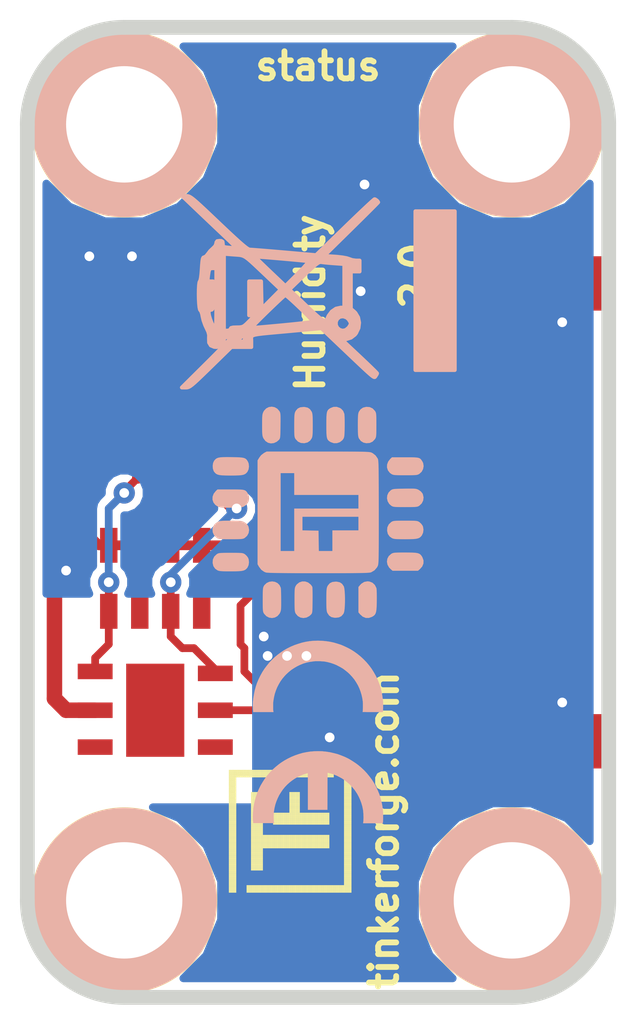
<source format=kicad_pcb>
(kicad_pcb (version 4) (host pcbnew 4.0.2+e4-6225~38~ubuntu15.10.1-stable)
  (layers (0 F.Cu signal) (31 B.Cu signal) (34 B.Paste user) (35 F.Paste user) (36 B.SilkS user) (37 F.SilkS user) (38 B.Mask user) (39 F.Mask user) (44 Edge.Cuts user))
  (net 0 "")
  (net 1 GND)
  (net 2 VCC)
  (net 3 "Net-(D101-Pad2)")
  (net 4 "Net-(P101-Pad4)")
  (net 5 "Net-(P101-Pad5)")
  (net 6 "Net-(P101-Pad6)")
  (net 7 "Net-(C102-Pad2)")
  (net 8 "Net-(R101-Pad1)")
  (net 9 SDA)
  (net 10 SCL)
  (net 11 S-MISO)
  (net 12 S-CS)
  (net 13 S-CLK)
  (net 14 S-MOSI)
  (net 15 "Net-(P102-Pad1)")
  (net 16 "Net-(P103-Pad2)")
  (module 0603X4 (layer F.Cu) (at 143.4 142.7)
    (fp_text reference RP102)
    (fp_text value 4k7)
    (pad 1 smd rect (at 1.19888 -0.8509) (size 0.44958 0.89916) (layers F.Cu F.Paste F.Mask) (net 2 VCC))
    (pad 2 smd rect (at 0.39878 -0.8509) (size 0.44958 0.89916) (layers F.Cu F.Paste F.Mask) (net 2 VCC))
    (pad 3 smd rect (at -0.39878 -0.8509) (size 0.44958 0.89916) (layers F.Cu F.Paste F.Mask) (net 2 VCC))
    (pad 4 smd rect (at -1.19888 -0.8509) (size 0.44958 0.89916) (layers F.Cu F.Paste F.Mask) (net 2 VCC))
    (pad 5 smd rect (at -1.19888 0.8509) (size 0.44958 0.89916) (layers F.Cu F.Paste F.Mask) (net 9 SDA))
    (pad 6 smd rect (at -0.39878 0.8509) (size 0.44958 0.89916) (layers F.Cu F.Paste F.Mask))
    (pad 7 smd rect (at 0.39878 0.8509) (size 0.44958 0.89916) (layers F.Cu F.Paste F.Mask) (net 10 SCL))
    (pad 8 smd rect (at 1.19888 0.8509) (size 0.44958 0.89916) (layers F.Cu F.Paste F.Mask))
  )
  (module C0603F (layer F.Cu) (at 147 143.2 90)
    (fp_text reference C103)
    (fp_text value 1uF)
    (pad 1 smd rect (at -0.75 0 90) (size 0.9 0.9) (layers F.Cu F.Paste F.Mask) (net 1 GND))
    (pad 2 smd rect (at 0.75 0 90) (size 0.9 0.9) (layers F.Cu F.Paste F.Mask) (net 2 VCC))
  )
  (module C0603F (layer F.Cu) (at 141.7 135.5 45)
    (fp_text reference C104)
    (fp_text value 100nF)
    (pad 1 smd rect (at -0.75 0 45) (size 0.9 0.9) (layers F.Cu F.Paste F.Mask) (net 2 VCC))
    (pad 2 smd rect (at 0.75 0 45) (size 0.9 0.9) (layers F.Cu F.Paste F.Mask) (net 1 GND))
  )
  (module C0603F (layer F.Cu) (at 147.2 146.1)
    (fp_text reference C105)
    (fp_text value 100nF)
    (pad 1 smd rect (at -0.75 0) (size 0.9 0.9) (layers F.Cu F.Paste F.Mask) (net 2 VCC))
    (pad 2 smd rect (at 0.75 0) (size 0.9 0.9) (layers F.Cu F.Paste F.Mask) (net 1 GND))
  )
  (module D0603E (layer F.Cu) (at 147.6 130.7)
    (fp_text reference D101)
    (fp_text value blue)
    (pad 1 smd rect (at -0.8501 0) (size 1.1 1) (layers F.Cu F.Paste F.Mask) (net 2 VCC))
    (pad 2 smd rect (at 0.8501 0) (size 1.1 1) (layers F.Cu F.Paste F.Mask) (net 3 "Net-(D101-Pad2)"))
  )
  (module CON-SENSOR2 (layer F.Cu) (at 155.1 141 90)
    (fp_text reference P101)
    (fp_text value CON-SENSOR2)
    (pad 1 smd rect (at -3.75 -4.6 90) (size 0.6 1.8) (layers F.Cu F.Paste F.Mask))
    (pad 2 smd rect (at -2.5 -4.6 90) (size 0.6 1.8) (layers F.Cu F.Paste F.Mask) (net 1 GND))
    (pad EP smd rect (at -5.9 -1.2 90) (size 1.4 2.4) (layers F.Cu F.Paste F.Mask) (net 1 GND))
    (pad EP smd rect (at 5.9 -1.2 90) (size 1.4 2.4) (layers F.Cu F.Paste F.Mask) (net 1 GND))
    (pad 3 smd rect (at -1.25 -4.6 90) (size 0.6 1.8) (layers F.Cu F.Paste F.Mask) (net 2 VCC))
    (pad 4 smd rect (at 0 -4.6 90) (size 0.6 1.8) (layers F.Cu F.Paste F.Mask) (net 4 "Net-(P101-Pad4)"))
    (pad 5 smd rect (at 1.25 -4.6 90) (size 0.6 1.8) (layers F.Cu F.Paste F.Mask) (net 5 "Net-(P101-Pad5)"))
    (pad 6 smd rect (at 2.5 -4.6 90) (size 0.6 1.8) (layers F.Cu F.Paste F.Mask) (net 6 "Net-(P101-Pad6)"))
    (pad 7 smd rect (at 3.75 -4.6 90) (size 0.6 1.8) (layers F.Cu F.Paste F.Mask) (net 7 "Net-(C102-Pad2)"))
  )
  (module R0603F (layer F.Cu) (at 145.95 133.3 45)
    (fp_text reference R101)
    (fp_text value 1k)
    (pad 1 smd rect (at -0.75 0 45) (size 0.9 0.9) (layers F.Cu F.Paste F.Mask) (net 8 "Net-(R101-Pad1)"))
    (pad 2 smd rect (at 0.75 0 45) (size 0.9 0.9) (layers F.Cu F.Paste F.Mask) (net 3 "Net-(D101-Pad2)"))
  )
  (module kicad-libraries:QFN24-4x4mm-0.5mm (layer F.Cu) (at 144.1 137.9 225)
    (fp_text reference U101)
    (fp_text value XMC1XXX24)
    (pad 1 smd oval (at -2.025 -1.25 225) (size 1 0.3) (layers F.Cu F.Paste F.Mask) (net 11 S-MISO))
    (pad 2 smd oval (at -2.025 -0.75 225) (size 1 0.3) (layers F.Cu F.Paste F.Mask))
    (pad 3 smd oval (at -2.025 -0.25 225) (size 1 0.3) (layers F.Cu F.Paste F.Mask))
    (pad 4 smd oval (at -2.025 0.25 225) (size 1 0.3) (layers F.Cu F.Paste F.Mask) (net 16 "Net-(P103-Pad2)"))
    (pad 5 smd oval (at -2.025 0.75 225) (size 1 0.3) (layers F.Cu F.Paste F.Mask))
    (pad 6 smd oval (at -2.025 1.25 225) (size 1 0.3) (layers F.Cu F.Paste F.Mask))
    (pad 7 smd oval (at -1.25 2.025 315) (size 1 0.3) (layers F.Cu F.Paste F.Mask) (net 8 "Net-(R101-Pad1)"))
    (pad 8 smd oval (at -0.75 2.025 315) (size 1 0.3) (layers F.Cu F.Paste F.Mask))
    (pad 9 smd oval (at -0.25 2.025 315) (size 1 0.3) (layers F.Cu F.Paste F.Mask) (net 1 GND))
    (pad 10 smd oval (at 0.25 2.025 315) (size 1 0.3) (layers F.Cu F.Paste F.Mask) (net 2 VCC))
    (pad 11 smd oval (at 0.75 2.025 315) (size 1 0.3) (layers F.Cu F.Paste F.Mask))
    (pad 12 smd oval (at 1.25 2.025 315) (size 1 0.3) (layers F.Cu F.Paste F.Mask))
    (pad 13 smd oval (at 2.025 1.25 225) (size 1 0.3) (layers F.Cu F.Paste F.Mask))
    (pad 14 smd oval (at 2.025 0.75 225) (size 1 0.3) (layers F.Cu F.Paste F.Mask))
    (pad 15 smd oval (at 2.025 0.25 225) (size 1 0.3) (layers F.Cu F.Paste F.Mask) (net 15 "Net-(P102-Pad1)"))
    (pad 16 smd oval (at 2.025 -0.25 225) (size 1 0.3) (layers F.Cu F.Paste F.Mask))
    (pad 17 smd oval (at 2.025 -0.75 225) (size 1 0.3) (layers F.Cu F.Paste F.Mask) (net 9 SDA))
    (pad 18 smd oval (at 2.025 -1.25 225) (size 1 0.3) (layers F.Cu F.Paste F.Mask))
    (pad 19 smd oval (at 1.25 -2.025 315) (size 1 0.3) (layers F.Cu F.Paste F.Mask) (net 10 SCL))
    (pad 20 smd oval (at 0.75 -2.025 315) (size 1 0.3) (layers F.Cu F.Paste F.Mask))
    (pad 21 smd oval (at 0.25 -2.025 315) (size 1 0.3) (layers F.Cu F.Paste F.Mask))
    (pad 22 smd oval (at -0.25 -2.025 315) (size 1 0.3) (layers F.Cu F.Paste F.Mask) (net 12 S-CS))
    (pad 23 smd oval (at -0.75 -2.025 315) (size 1 0.3) (layers F.Cu F.Paste F.Mask) (net 13 S-CLK))
    (pad 24 smd oval (at -1.25 -2.025 315) (size 1 0.3) (layers F.Cu F.Paste F.Mask) (net 14 S-MOSI))
    (pad EXP smd rect (at 0.65 0.65 225) (size 1.3 1.3) (layers F.Cu F.Paste F.Mask) (net 1 GND))
    (pad EXP smd rect (at 0.65 -0.65 225) (size 1.3 1.3) (layers F.Cu F.Paste F.Mask) (net 1 GND))
    (pad EXP smd rect (at -0.65 0.65 225) (size 1.3 1.3) (layers F.Cu F.Paste F.Mask) (net 1 GND))
    (pad EXP smd rect (at -0.65 -0.65 225) (size 1.3 1.3) (layers F.Cu F.Paste F.Mask) (net 1 GND))
  )
  (module DRILL_NP (layer F.Cu) (at 152.6 131)
    (fp_text reference U103 hide)
    (fp_text value DRILL hide)
    (pad "" np_thru_hole circle (at 0 0) (size 2.99974 2.99974) (drill 2.99974) (layers *.Cu *.Mask F.SilkS) (clearance 0.89916))
  )
  (module DRILL_NP (layer F.Cu) (at 152.6 151)
    (fp_text reference U104 hide)
    (fp_text value DRILL hide)
    (pad "" np_thru_hole circle (at 0 0) (size 2.99974 2.99974) (drill 2.99974) (layers *.Cu *.Mask F.SilkS) (clearance 0.89916))
  )
  (module DRILL_NP (layer F.Cu) (at 142.6 131)
    (fp_text reference U105 hide)
    (fp_text value DRILL hide)
    (pad "" np_thru_hole circle (at 0 0) (size 2.99974 2.99974) (drill 2.99974) (layers *.Cu *.Mask F.SilkS) (clearance 0.89916))
  )
  (module DRILL_NP (layer F.Cu) (at 142.6 151)
    (fp_text reference U106 hide)
    (fp_text value DRILL hide)
    (pad "" np_thru_hole circle (at 0 0) (size 2.99974 2.99974) (drill 2.99974) (layers *.Cu *.Mask F.SilkS) (clearance 0.89916))
  )
  (module C0402E (layer F.Cu) (at 148.7 136.6 270)
    (fp_text reference C102)
    (fp_text value TBD)
    (pad 1 smd rect (at -0.65 0 270) (size 0.7 0.9) (layers F.Cu F.Paste F.Mask) (net 1 GND))
    (pad 2 smd rect (at 0.65 0 270) (size 0.7 0.9) (layers F.Cu F.Paste F.Mask) (net 7 "Net-(C102-Pad2)"))
  )
  (module 4X0402 (layer F.Cu) (at 148.2 139.1 90)
    (fp_text reference RP101)
    (fp_text value TBD)
    (pad 1 smd rect (at -0.7493 0.575 270) (size 0.29972 0.65) (layers F.Cu F.Paste F.Mask) (net 4 "Net-(P101-Pad4)"))
    (pad 2 smd rect (at -0.24892 0.575 270) (size 0.29972 0.65) (layers F.Cu F.Paste F.Mask) (net 5 "Net-(P101-Pad5)"))
    (pad 3 smd rect (at 0.24892 0.575 270) (size 0.29972 0.65) (layers F.Cu F.Paste F.Mask) (net 6 "Net-(P101-Pad6)"))
    (pad 4 smd rect (at 0.7493 0.575 270) (size 0.29972 0.65) (layers F.Cu F.Paste F.Mask) (net 7 "Net-(C102-Pad2)"))
    (pad 5 smd rect (at 0.7493 -0.575 90) (size 0.29972 0.65) (layers F.Cu F.Paste F.Mask) (net 11 S-MISO))
    (pad 6 smd rect (at 0.24892 -0.575 90) (size 0.29972 0.65) (layers F.Cu F.Paste F.Mask) (net 14 S-MOSI))
    (pad 7 smd rect (at -0.24892 -0.575 90) (size 0.29972 0.65) (layers F.Cu F.Paste F.Mask) (net 13 S-CLK))
    (pad 8 smd rect (at -0.7493 -0.575 90) (size 0.29972 0.65) (layers F.Cu F.Paste F.Mask) (net 12 S-CS))
  )
  (module C0805 (layer F.Cu) (at 148.5 143.4 90)
    (fp_text reference C101)
    (fp_text value 10uF)
    (pad 1 smd rect (at -1.00076 0 90) (size 1.00076 1.24968) (layers F.Cu F.Paste F.Mask) (net 1 GND) (clearance 0.14986))
    (pad 2 smd rect (at 1.00076 0 90) (size 1.00076 1.24968) (layers F.Cu F.Paste F.Mask) (net 2 VCC) (clearance 0.14986))
  )
  (module kicad-libraries:Logo_31x31 (layer F.Cu) (at 145.3 150.8 90)
    (fp_text reference G*** hide)
    (fp_text value Logo_31x31 hide)
  )
  (module kicad-libraries:Logo_CoMCU (layer B.Cu) (at 147.6 141 270)
    (fp_text reference G*** hide)
    (fp_text value LOGO hide)
  )
  (module kicad-libraries:WEEE_7mm (layer B.Cu) (at 147.6 135.3 270)
    (fp_text reference G*** hide)
    (fp_text value LOGO hide)
  )
  (module kicad-libraries:CE_5mm (layer B.Cu) (at 147.6 146.7 270)
    (fp_text reference VAL hide)
    (fp_text value CE_5mm hide)
  )
  (module kicad-libraries:Fiducial_Mark (layer F.Cu) (at 147.6 152)
    (fp_text reference Fiducial_Mark hide)
    (fp_text value VAL** hide)
    (pad 1 smd circle (at 0 0) (size 1.00076 1.00076) (layers F.Cu F.Paste F.Mask) (clearance 0.65024))
  )
  (module kicad-libraries:Fiducial_Mark (layer F.Cu) (at 153.6 137.5)
    (fp_text reference Fiducial_Mark hide)
    (fp_text value VAL** hide)
    (pad 1 smd circle (at 0 0) (size 1.00076 1.00076) (layers F.Cu F.Paste F.Mask) (clearance 0.65024))
  )
  (module kicad-libraries:DEBUG_PAD (layer F.Cu) (at 141.5 140.1 270)
    (fp_text reference P102)
    (fp_text value DEBUG)
    (pad 1 smd circle (at 0 0 270) (size 0.7 0.7) (layers F.Cu F.Paste F.Mask) (net 15 "Net-(P102-Pad1)"))
  )
  (module kicad-libraries:SolderJumper (layer F.Cu) (at 148.8 133.6 270)
    (fp_text reference P103)
    (fp_text value BOOT)
    (pad 2 smd rect (at 0.55 0 270) (size 0.3 1.4) (layers F.Cu F.Mask) (net 16 "Net-(P103-Pad2)"))
    (pad 2 smd rect (at 0.15 0 270) (size 0.6 0.5) (layers F.Cu F.Mask) (net 16 "Net-(P103-Pad2)"))
    (pad 1 smd rect (at -0.5 0 270) (size 0.4 1.4) (layers F.Cu F.Mask) (net 1 GND))
    (pad 1 smd rect (at -0.225 0.55 270) (size 0.95 0.3) (layers F.Cu F.Mask) (net 1 GND))
    (pad 1 smd rect (at -0.225 -0.55 270) (size 0.95 0.3) (layers F.Cu F.Mask) (net 1 GND))
  )
  (module kicad-libraries:DFN6-30x30 (layer F.Cu) (at 143.4 146.1 90)
    (fp_text reference U102)
    (fp_text value HDC1080)
    (pad 1 smd rect (at 1 -1.55 90) (size 0.4 0.9) (layers F.Cu F.Paste F.Mask) (net 9 SDA))
    (pad 2 smd rect (at 0 -1.55 90) (size 0.4 0.9) (layers F.Cu F.Paste F.Mask) (net 1 GND))
    (pad 3 smd rect (at -0.95 -1.55 90) (size 0.4 0.9) (layers F.Cu F.Paste F.Mask))
    (pad 4 smd rect (at -0.95 1.55 90) (size 0.4 0.9) (layers F.Cu F.Paste F.Mask))
    (pad 5 smd rect (at 0 1.55 90) (size 0.4 0.9) (layers F.Cu F.Paste F.Mask) (net 2 VCC))
    (pad 6 smd rect (at 0.95 1.55 90) (size 0.4 0.9) (layers F.Cu F.Paste F.Mask) (net 10 SCL))
    (pad EXP smd rect (at 0 0 90) (size 2.4 1.5) (layers F.Cu F.Paste F.Mask))
  )
  (gr_text 2.0 (at 150.1 134.9 90) (layer F.SilkS) (effects (font (size 0.7 0.7))))
  (gr_text status (at 147.6 129.5) (layer F.SilkS) (effects (font (size 0.7 0.7))))
  (gr_text Humidity (at 147.4 135.6 90) (layer F.SilkS) (effects (font (size 0.7 0.7))))
  (gr_text tinkerforge.com (at 149.3 149.2 90) (layer F.SilkS) (effects (font (size 0.7 0.7))))
  (gr_line (start 152.6 128.5) (end 142.6 128.5) (angle 90) (layer Edge.Cuts) (width 0.381))
  (gr_line (start 155.1 151) (end 155.1 131) (angle 90) (layer Edge.Cuts) (width 0.381))
  (gr_line (start 142.6 153.5) (end 152.6 153.5) (angle 90) (layer Edge.Cuts) (width 0.381))
  (gr_line (start 140.1 131) (end 140.1 151) (angle 90) (layer Edge.Cuts) (width 0.381))
  (gr_arc (start 142.6 131) (end 140.1 131) (angle 90) (layer Edge.Cuts) (width 0.381))
  (gr_arc (start 142.6 151) (end 142.6 153.5) (angle 90) (layer Edge.Cuts) (width 0.381))
  (gr_arc (start 152.6 151) (end 155.1 151) (angle 90) (layer Edge.Cuts) (width 0.381))
  (gr_arc (start 152.6 131) (end 152.6 128.5) (angle 90) (layer Edge.Cuts) (width 0.381))
  (segment (start 141.85 146.1) (end 141.1 146.1) (width 0.4) (layer F.Cu) (net 1))
  (via (at 141.1 142.5) (size 0.55) (drill 0.25) (layers F.Cu B.Cu) (net 1))
  (segment (start 140.8 142.8) (end 141.1 142.5) (width 0.4) (layer F.Cu) (net 1))
  (segment (start 140.8 145.8) (end 140.8 142.8) (width 0.4) (layer F.Cu) (net 1))
  (segment (start 141.1 146.1) (end 140.8 145.8) (width 0.4) (layer F.Cu) (net 1))
  (segment (start 147.95 146.1) (end 147.95 146.75) (width 0.4) (layer F.Cu) (net 1))
  (via (at 147.9 146.8) (size 0.55) (drill 0.25) (layers F.Cu B.Cu) (net 1))
  (segment (start 147.95 146.75) (end 147.9 146.8) (width 0.4) (layer F.Cu) (net 1))
  (segment (start 148.8 133.1) (end 149.35 133.1) (width 0.25) (layer F.Cu) (net 1))
  (segment (start 149.35 133.1) (end 149.35 133.4) (width 0.25) (layer F.Cu) (net 1))
  (segment (start 149.35 133.4) (end 149.35 133.375) (width 0.25) (layer F.Cu) (net 1))
  (segment (start 148.8 133.1) (end 148.25 133.1) (width 0.25) (layer F.Cu) (net 1))
  (segment (start 148.25 133.1) (end 148.25 133.4) (width 0.25) (layer F.Cu) (net 1))
  (segment (start 148.25 133.4) (end 148.25 133.375) (width 0.25) (layer F.Cu) (net 1))
  (segment (start 148.8 133.1) (end 148.8 132.55) (width 0.25) (layer F.Cu) (net 1))
  (via (at 148.8 132.55) (size 0.55) (drill 0.25) (layers F.Cu B.Cu) (net 1))
  (segment (start 142.23033 134.96967) (end 141.7 134.43934) (width 0.5) (layer F.Cu) (net 1))
  (via (at 141.7 134.4) (size 0.55) (drill 0.25) (layers F.Cu B.Cu) (net 1))
  (segment (start 141.7 134.43934) (end 141.7 134.4) (width 0.5) (layer F.Cu) (net 1))
  (segment (start 142.844885 136.291332) (end 143.534314 136.980761) (width 0.25) (layer F.Cu) (net 1))
  (segment (start 143.534314 136.980761) (end 144.1 136.980761) (width 0.25) (layer F.Cu) (net 1))
  (segment (start 144.1 136.980761) (end 143.180761 137.9) (width 0.25) (layer F.Cu) (net 1))
  (segment (start 144.1 138.819239) (end 143.180761 137.9) (width 0.25) (layer F.Cu) (net 1))
  (segment (start 145.019239 137.9) (end 144.1 136.980761) (width 0.25) (layer F.Cu) (net 1))
  (segment (start 142.23033 134.96967) (end 142.8 134.4) (width 0.5) (layer F.Cu) (net 1))
  (via (at 142.8 134.4) (size 0.55) (drill 0.25) (layers F.Cu B.Cu) (net 1))
  (segment (start 148.7 135.95) (end 148.7 135.3) (width 0.5) (layer F.Cu) (net 1))
  (via (at 148.7 135.3) (size 0.55) (drill 0.25) (layers F.Cu B.Cu) (net 1))
  (segment (start 153.9 135.1) (end 153.9 136.1) (width 0.5) (layer F.Cu) (net 1))
  (via (at 153.9 136.1) (size 0.55) (drill 0.25) (layers F.Cu B.Cu) (net 1))
  (segment (start 153.9 146.9) (end 153.9 145.9) (width 0.5) (layer F.Cu) (net 1))
  (via (at 153.9 145.9) (size 0.55) (drill 0.25) (layers F.Cu B.Cu) (net 1))
  (segment (start 148.5 144.40076) (end 147.90076 144.40076) (width 0.5) (layer F.Cu) (net 1))
  (segment (start 147.90076 144.40076) (end 147.45 143.95) (width 0.5) (layer F.Cu) (net 1))
  (segment (start 147.45 143.95) (end 147 143.95) (width 0.5) (layer F.Cu) (net 1))
  (segment (start 150.5 143.5) (end 149.9 143.5) (width 0.5) (layer F.Cu) (net 1))
  (segment (start 149.9 143.5) (end 148.99924 144.40076) (width 0.5) (layer F.Cu) (net 1))
  (segment (start 148.99924 144.40076) (end 148.5 144.40076) (width 0.5) (layer F.Cu) (net 1))
  (segment (start 147 143.95) (end 146.45 143.95) (width 0.5) (layer F.Cu) (net 1))
  (via (at 146.2 144.2) (size 0.55) (drill 0.25) (layers F.Cu B.Cu) (net 1))
  (segment (start 146.45 143.95) (end 146.2 144.2) (width 0.5) (layer F.Cu) (net 1))
  (segment (start 147 143.95) (end 146.95 143.95) (width 0.5) (layer F.Cu) (net 1))
  (segment (start 146.95 143.95) (end 146.3 144.6) (width 0.5) (layer F.Cu) (net 1))
  (via (at 146.3 144.7) (size 0.55) (drill 0.25) (layers F.Cu B.Cu) (net 1))
  (segment (start 146.3 144.6) (end 146.3 144.7) (width 0.5) (layer F.Cu) (net 1))
  (segment (start 147 143.95) (end 147 144.5) (width 0.5) (layer F.Cu) (net 1))
  (via (at 146.8 144.7) (size 0.55) (drill 0.25) (layers F.Cu B.Cu) (net 1))
  (segment (start 147 144.5) (end 146.8 144.7) (width 0.5) (layer F.Cu) (net 1))
  (segment (start 147 143.95) (end 147 144.4) (width 0.5) (layer F.Cu) (net 1))
  (segment (start 147 144.4) (end 147.3 144.7) (width 0.5) (layer F.Cu) (net 1))
  (via (at 147.3 144.7) (size 0.55) (drill 0.25) (layers F.Cu B.Cu) (net 1))
  (segment (start 142.844885 136.291332) (end 142.4 135.846447) (width 0.25) (layer F.Cu) (net 1))
  (segment (start 142.4 135.846447) (end 142.4 135.13934) (width 0.25) (layer F.Cu) (net 1))
  (segment (start 142.4 135.13934) (end 142.23033 134.96967) (width 0.25) (layer F.Cu) (net 1))
  (segment (start 146.45 146.1) (end 146.45 145.85) (width 0.2) (layer F.Cu) (net 2))
  (segment (start 146.45 145.85) (end 145.7 145.1) (width 0.2) (layer F.Cu) (net 2))
  (segment (start 145.6 143.4) (end 146.55 142.45) (width 0.2) (layer F.Cu) (net 2))
  (segment (start 145.6 144.4) (end 145.6 143.4) (width 0.2) (layer F.Cu) (net 2))
  (segment (start 145.7 144.5) (end 145.6 144.4) (width 0.2) (layer F.Cu) (net 2))
  (segment (start 145.7 145.1) (end 145.7 144.5) (width 0.2) (layer F.Cu) (net 2))
  (segment (start 146.55 142.45) (end 147 142.45) (width 0.2) (layer F.Cu) (net 2))
  (segment (start 142.20112 141.8491) (end 141.9491 141.8491) (width 0.25) (layer F.Cu) (net 2))
  (segment (start 140.8 136.4) (end 141.16967 136.03033) (width 0.25) (layer F.Cu) (net 2))
  (segment (start 140.8 139.5) (end 140.8 136.4) (width 0.25) (layer F.Cu) (net 2))
  (segment (start 140.8 140.7) (end 140.8 139.5) (width 0.25) (layer F.Cu) (net 2))
  (segment (start 141.9491 141.8491) (end 140.8 140.7) (width 0.25) (layer F.Cu) (net 2))
  (segment (start 143.00122 141.8491) (end 142.20112 141.8491) (width 0.25) (layer F.Cu) (net 2))
  (segment (start 143.79878 141.8491) (end 143.00122 141.8491) (width 0.25) (layer F.Cu) (net 2))
  (segment (start 144.59888 141.8491) (end 143.79878 141.8491) (width 0.25) (layer F.Cu) (net 2))
  (segment (start 147 142.45) (end 146.25 142.45) (width 0.25) (layer F.Cu) (net 2))
  (segment (start 145.6491 141.8491) (end 144.59888 141.8491) (width 0.25) (layer F.Cu) (net 2))
  (segment (start 146.25 142.45) (end 145.6491 141.8491) (width 0.25) (layer F.Cu) (net 2))
  (segment (start 144.95 146.1) (end 146.45 146.1) (width 0.2) (layer F.Cu) (net 2))
  (segment (start 147 142.45) (end 146.65 142.45) (width 0.25) (layer F.Cu) (net 2))
  (segment (start 146.7499 130.7) (end 146.7499 130.9501) (width 0.25) (layer F.Cu) (net 2))
  (segment (start 146.7499 130.9501) (end 143.95 133.75) (width 0.25) (layer F.Cu) (net 2))
  (segment (start 140.75 135.61066) (end 141.16967 136.03033) (width 0.25) (layer F.Cu) (net 2))
  (segment (start 140.75 134.45) (end 140.75 135.61066) (width 0.25) (layer F.Cu) (net 2))
  (segment (start 141.45 133.75) (end 140.75 134.45) (width 0.25) (layer F.Cu) (net 2))
  (segment (start 143.95 133.75) (end 141.45 133.75) (width 0.25) (layer F.Cu) (net 2))
  (segment (start 148.5 142.39924) (end 147.05076 142.39924) (width 0.5) (layer F.Cu) (net 2))
  (segment (start 147.05076 142.39924) (end 147 142.45) (width 0.5) (layer F.Cu) (net 2))
  (segment (start 150.5 142.25) (end 149.45 142.25) (width 0.5) (layer F.Cu) (net 2))
  (segment (start 149.30076 142.39924) (end 148.5 142.39924) (width 0.5) (layer F.Cu) (net 2))
  (segment (start 149.45 142.25) (end 149.30076 142.39924) (width 0.5) (layer F.Cu) (net 2))
  (segment (start 142.491332 136.644885) (end 142.046447 136.2) (width 0.25) (layer F.Cu) (net 2))
  (segment (start 142.046447 136.2) (end 141.33934 136.2) (width 0.25) (layer F.Cu) (net 2))
  (segment (start 141.33934 136.2) (end 141.16967 136.03033) (width 0.25) (layer F.Cu) (net 2))
  (segment (start 148.4501 130.7) (end 148.4501 130.7999) (width 0.25) (layer F.Cu) (net 3))
  (segment (start 148.4501 130.7999) (end 146.48033 132.76967) (width 0.25) (layer F.Cu) (net 3))
  (segment (start 148.35 130.8001) (end 148.4501 130.7) (width 0.25) (layer F.Cu) (net 3))
  (segment (start 148.775 139.8493) (end 148.9493 139.8493) (width 0.25) (layer F.Cu) (net 4))
  (segment (start 148.9493 139.8493) (end 149.2 140.1) (width 0.25) (layer F.Cu) (net 4))
  (segment (start 149.2 140.1) (end 149.2 140.5) (width 0.25) (layer F.Cu) (net 4))
  (segment (start 149.2 140.5) (end 149.7 141) (width 0.25) (layer F.Cu) (net 4))
  (segment (start 149.7 141) (end 150.5 141) (width 0.25) (layer F.Cu) (net 4))
  (segment (start 148.775 139.34892) (end 149.24892 139.34892) (width 0.25) (layer F.Cu) (net 5))
  (segment (start 149.24892 139.34892) (end 149.65 139.75) (width 0.25) (layer F.Cu) (net 5))
  (segment (start 149.65 139.75) (end 150.5 139.75) (width 0.25) (layer F.Cu) (net 5))
  (segment (start 148.775 138.85108) (end 149.24892 138.85108) (width 0.25) (layer F.Cu) (net 6))
  (segment (start 149.24892 138.85108) (end 149.6 138.5) (width 0.25) (layer F.Cu) (net 6))
  (segment (start 149.6 138.5) (end 150.5 138.5) (width 0.25) (layer F.Cu) (net 6))
  (segment (start 150.5 137.25) (end 148.7 137.25) (width 0.25) (layer F.Cu) (net 7))
  (segment (start 148.775 138.3507) (end 148.7 138.2757) (width 0.25) (layer F.Cu) (net 7))
  (segment (start 148.7 138.2757) (end 148.7 137.25) (width 0.25) (layer F.Cu) (net 7))
  (segment (start 143.551992 135.584225) (end 143.2 135.232233) (width 0.25) (layer F.Cu) (net 8))
  (segment (start 143.2 135.232233) (end 143.2 134.8) (width 0.25) (layer F.Cu) (net 8))
  (segment (start 143.2 134.8) (end 143.6 134.4) (width 0.25) (layer F.Cu) (net 8))
  (segment (start 143.6 134.4) (end 144.85 134.4) (width 0.25) (layer F.Cu) (net 8))
  (segment (start 144.85 134.4) (end 145.41967 133.83033) (width 0.25) (layer F.Cu) (net 8))
  (segment (start 142.2 142.8) (end 142.2 140.9) (width 0.2) (layer B.Cu) (net 9))
  (segment (start 142.20112 142.80112) (end 142.2 142.8) (width 0.2) (layer F.Cu) (net 9))
  (via (at 142.2 142.8) (size 0.55) (drill 0.25) (layers F.Cu B.Cu) (net 9))
  (segment (start 142.20112 143.5509) (end 142.20112 142.80112) (width 0.2) (layer F.Cu) (net 9))
  (segment (start 142.6 140.46066) (end 142.6 140.5) (width 0.2) (layer F.Cu) (net 9))
  (via (at 142.6 140.5) (size 0.55) (drill 0.25) (layers F.Cu B.Cu) (net 9))
  (segment (start 142.6 140.46066) (end 143.198439 139.862221) (width 0.2) (layer F.Cu) (net 9))
  (segment (start 142.2 140.9) (end 142.6 140.5) (width 0.2) (layer B.Cu) (net 9))
  (segment (start 141.85 145.1) (end 141.85 144.75) (width 0.2) (layer F.Cu) (net 9))
  (segment (start 142.20112 144.39888) (end 142.20112 143.5509) (width 0.2) (layer F.Cu) (net 9))
  (segment (start 141.85 144.75) (end 142.20112 144.39888) (width 0.2) (layer F.Cu) (net 9))
  (segment (start 145.5 140.9) (end 143.8 142.6) (width 0.2) (layer B.Cu) (net 10))
  (segment (start 143.8 142.6) (end 143.8 142.8) (width 0.2) (layer B.Cu) (net 10))
  (segment (start 143.79878 142.80122) (end 143.8 142.8) (width 0.2) (layer F.Cu) (net 10))
  (via (at 143.8 142.8) (size 0.55) (drill 0.25) (layers F.Cu B.Cu) (net 10))
  (segment (start 143.79878 143.5509) (end 143.79878 142.80122) (width 0.2) (layer F.Cu) (net 10))
  (segment (start 145.332233 140.9) (end 145.5 140.9) (width 0.2) (layer F.Cu) (net 10))
  (via (at 145.5 140.9) (size 0.55) (drill 0.25) (layers F.Cu B.Cu) (net 10))
  (segment (start 145.332233 140.9) (end 144.648008 140.215775) (width 0.2) (layer F.Cu) (net 10))
  (segment (start 144.95 145.15) (end 144.95 145.05) (width 0.2) (layer F.Cu) (net 10))
  (segment (start 144.95 145.05) (end 144.4 144.5) (width 0.2) (layer F.Cu) (net 10))
  (segment (start 144.4 144.5) (end 144.1 144.5) (width 0.2) (layer F.Cu) (net 10))
  (segment (start 144.1 144.5) (end 143.79878 144.19878) (width 0.2) (layer F.Cu) (net 10))
  (segment (start 143.79878 144.19878) (end 143.79878 143.5509) (width 0.2) (layer F.Cu) (net 10))
  (segment (start 146.415775 137.351992) (end 147.414483 138.3507) (width 0.25) (layer F.Cu) (net 11))
  (segment (start 147.414483 138.3507) (end 147.625 138.3507) (width 0.25) (layer F.Cu) (net 11))
  (segment (start 145.708668 139.155115) (end 146.402853 139.8493) (width 0.25) (layer F.Cu) (net 12))
  (segment (start 146.402853 139.8493) (end 147.625 139.8493) (width 0.25) (layer F.Cu) (net 12))
  (segment (start 146.062221 138.801561) (end 146.60958 139.34892) (width 0.25) (layer F.Cu) (net 13))
  (segment (start 146.60958 139.34892) (end 147.625 139.34892) (width 0.25) (layer F.Cu) (net 13))
  (segment (start 146.415775 138.448008) (end 146.818847 138.85108) (width 0.25) (layer F.Cu) (net 14))
  (segment (start 146.818847 138.85108) (end 147.625 138.85108) (width 0.25) (layer F.Cu) (net 14))
  (segment (start 142.491332 139.155115) (end 141.546447 140.1) (width 0.25) (layer F.Cu) (net 15))
  (segment (start 141.546447 140.1) (end 141.5 140.1) (width 0.25) (layer F.Cu) (net 15))
  (segment (start 148.8 133.75) (end 148.8 134.15) (width 0.25) (layer F.Cu) (net 16))
  (segment (start 148.8 134.35) (end 148.8 134.15) (width 0.25) (layer F.Cu) (net 16))
  (segment (start 148.4 134.75) (end 148.8 134.35) (width 0.25) (layer F.Cu) (net 16))
  (segment (start 146.896447 134.75) (end 148.4 134.75) (width 0.25) (layer F.Cu) (net 16))
  (segment (start 145.355115 136.291332) (end 146.896447 134.75) (width 0.25) (layer F.Cu) (net 16))
  (zone (net 1) (net_name GND) (layer B.Cu) (connect_pads yes (clearance 0.2)) (min_thickness 0.2) (fill yes (arc_segments 16) (thermal_gap 0.21) (thermal_bridge_width 0.21))
    (polygon (pts (xy 140.1 128.5) (xy 155.1 128.5) (xy 155.1 153.5) (xy 140.1 153.5)))
  )
  (zone (net 0) (net_name "") (layer B.Cu) (connect_pads (clearance 0.2)) (min_thickness 0.2)
    (keepout (tracks allowed) (vias allowed) (copperpour not_allowed))
    (fill (arc_segments 16) (thermal_gap 0.21) (thermal_bridge_width 0.21))
    (polygon (pts (xy 140.2 148.5) (xy 140.1 143.2) (xy 145.9 143.2) (xy 145.9 148.5)))
  )
)
</source>
